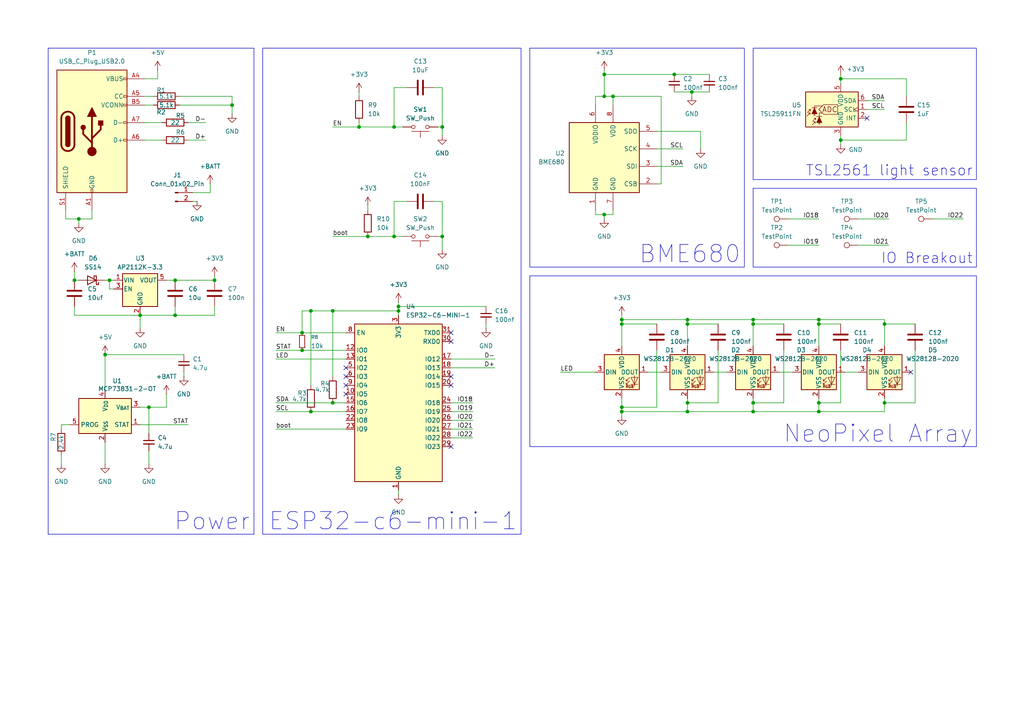
<source format=kicad_sch>
(kicad_sch (version 20250114) (generator "eeschema") (generator_version "9.0")
  (paper "A4")
  (lib_symbols
    (symbol "Battery_Management:MCP73831-2-OT"
      (property "Reference" "U" (at -7.62 6.35 0))
      (property "Value" "MCP73831-2-OT" (at 1.27 6.35 0))
      (symbol "MCP73831-2-OT_1_1"
        (pin input line (at -10.16 -2.54 0) (length 2.54) (name "PROG") (number "5"))
        (pin power_in line (at 0 7.62 270) (length 2.54) (name "V_{DD}") (number "4"))
        (pin power_in line (at 0 -7.62 90) (length 2.54) (name "V_{SS}") (number "2"))
        (pin power_out line (at 10.16 2.54 180) (length 2.54) (name "V_{BAT}") (number "3"))
        (pin tri_state line (at 10.16 -2.54 180) (length 2.54) (name "STAT") (number "1"))
      )
    )
    (symbol "Connector:Conn_01x02_Pin" (pin_names (offset 1.016) (hide yes))
      (property "Reference" "J" (at 0 2.54 0))
      (property "Value" "Conn_01x02_Pin" (at 0 -5.08 0))
      (symbol "Conn_01x02_Pin_1_1"
        (pin passive line (at 5.08 0 180) (length 3.81) (name "Pin_1") (number "1"))
        (pin passive line (at 5.08 -2.54 180) (length 3.81) (name "Pin_2") (number "2"))
      )
    )
    (symbol "Connector:TestPoint" (pin_numbers (hide yes)) (pin_names (offset 0.762) (hide yes))
      (property "Reference" "TP" (at 0 6.858 0))
      (property "Value" "TestPoint" (at 0 5.08 0))
      (symbol "TestPoint_1_1"
        (pin passive line (at 0 0 90) (length 2.54) (name "1") (number "1"))
      )
    )
    (symbol "Connector:USB_C_Plug_USB2.0" (pin_names (offset 1.016))
      (property "Reference" "P" (at -10.16 19.05 0))
      (property "Value" "USB_C_Plug_USB2.0" (at 12.7 19.05 0))
      (symbol "USB_C_Plug_USB2.0_1_1"
        (pin passive line (at -7.62 -22.86 90) (length 5.08) (name "SHIELD") (number "S1"))
        (pin passive line (at 0 -22.86 90) (length 5.08) (name "GND") (number "A1"))
        (pin passive line (at 0 -22.86 90) (length 5.08) (hide yes) (name "GND") (number "A12"))
        (pin passive line (at 0 -22.86 90) (length 5.08) (hide yes) (name "GND") (number "B1"))
        (pin passive line (at 0 -22.86 90) (length 5.08) (hide yes) (name "GND") (number "B12"))
        (pin passive line (at 15.24 15.24 180) (length 5.08) (name "VBUS") (number "A4"))
        (pin passive line (at 15.24 15.24 180) (length 5.08) (hide yes) (name "VBUS") (number "A9"))
        (pin passive line (at 15.24 15.24 180) (length 5.08) (hide yes) (name "VBUS") (number "B4"))
        (pin passive line (at 15.24 15.24 180) (length 5.08) (hide yes) (name "VBUS") (number "B9"))
        (pin bidirectional line (at 15.24 10.16 180) (length 5.08) (name "CC") (number "A5"))
        (pin bidirectional line (at 15.24 7.62 180) (length 5.08) (name "VCONN") (number "B5"))
        (pin bidirectional line (at 15.24 2.54 180) (length 5.08) (name "D-") (number "A7"))
        (pin bidirectional line (at 15.24 -2.54 180) (length 5.08) (name "D+") (number "A6"))
      )
    )
    (symbol "Device:C" (pin_numbers (hide yes)) (pin_names (offset 0.254))
      (property "Reference" "C" (at 0.635 2.54 0))
      (property "Value" "C" (at 0.635 -2.54 0))
      (symbol "C_1_1"
        (pin passive line (at 0 3.81 270) (length 2.794) (name "~") (number "1"))
        (pin passive line (at 0 -3.81 90) (length 2.794) (name "~") (number "2"))
      )
    )
    (symbol "Device:C_Small" (pin_numbers (hide yes)) (pin_names (offset 0.254) (hide yes))
      (property "Reference" "C" (at 0.254 1.778 0))
      (property "Value" "C_Small" (at 0.254 -2.032 0))
      (symbol "C_Small_1_1"
        (pin passive line (at 0 2.54 270) (length 2.032) (name "~") (number "1"))
        (pin passive line (at 0 -2.54 90) (length 2.032) (name "~") (number "2"))
      )
    )
    (symbol "Device:R" (pin_numbers (hide yes)) (pin_names (offset 0))
      (property "Reference" "R" (at 2.032 0 90))
      (property "Value" "R" (at 0 0 90))
      (symbol "R_1_1"
        (pin passive line (at 0 3.81 270) (length 1.27) (name "~") (number "1"))
        (pin passive line (at 0 -3.81 90) (length 1.27) (name "~") (number "2"))
      )
    )
    (symbol "Device:R_Small" (pin_numbers (hide yes)) (pin_names (offset 0.254) (hide yes))
      (property "Reference" "R" (at 0 0 90))
      (property "Value" "R_Small" (at 1.778 0 90))
      (symbol "R_Small_1_1"
        (pin passive line (at 0 2.54 270) (length 0.762) (name "~") (number "1"))
        (pin passive line (at 0 -2.54 90) (length 0.762) (name "~") (number "2"))
      )
    )
    (symbol "Diode:SS14" (pin_numbers (hide yes)) (pin_names (offset 1.016) (hide yes))
      (property "Reference" "D" (at 0 2.54 0))
      (property "Value" "SS14" (at 0 -2.54 0))
      (symbol "SS14_1_1"
        (pin passive line (at -3.81 0 0) (length 2.54) (name "K") (number "1"))
        (pin passive line (at 3.81 0 180) (length 2.54) (name "A") (number "2"))
      )
    )
    (symbol "LED:WS2812B-2020" (pin_names (offset 0.254))
      (property "Reference" "D" (at 5.08 5.715 0))
      (property "Value" "WS2812B-2020" (at 1.27 -5.715 0))
      (symbol "WS2812B-2020_0_0"
        (text "RGB" (at 2.286 -4.191 0) (effects (font (size 0.762 0.762))))
      )
      (symbol "WS2812B-2020_1_1"
        (pin input line (at -7.62 0 0) (length 2.54) (name "DIN") (number "3"))
        (pin power_in line (at 0 7.62 270) (length 2.54) (name "VDD") (number "4"))
        (pin power_in line (at 0 -7.62 90) (length 2.54) (name "VSS") (number "2"))
        (pin output line (at 7.62 0 180) (length 2.54) (name "DOUT") (number "1"))
      )
    )
    (symbol "RF_Module:ESP32-C6-MINI-1"
      (property "Reference" "U" (at -11.43 24.13 0))
      (property "Value" "ESP32-C6-MINI-1" (at 12.7 24.13 0))
      (symbol "ESP32-C6-MINI-1_1_1"
        (pin input line (at -15.24 20.32 0) (length 2.54) (name "EN") (number "8"))
        (pin bidirectional line (at -15.24 15.24 0) (length 2.54) (name "IO0") (number "12"))
        (pin bidirectional line (at -15.24 12.7 0) (length 2.54) (name "IO1") (number "13"))
        (pin bidirectional line (at -15.24 10.16 0) (length 2.54) (name "IO2") (number "5"))
        (pin bidirectional line (at -15.24 7.62 0) (length 2.54) (name "IO3") (number "6"))
        (pin bidirectional line (at -15.24 5.08 0) (length 2.54) (name "IO4") (number "9"))
        (pin bidirectional line (at -15.24 2.54 0) (length 2.54) (name "IO5") (number "10"))
        (pin bidirectional line (at -15.24 0 0) (length 2.54) (name "IO6") (number "15"))
        (pin bidirectional line (at -15.24 -2.54 0) (length 2.54) (name "IO7") (number "16"))
        (pin bidirectional line (at -15.24 -5.08 0) (length 2.54) (name "IO8") (number "22"))
        (pin bidirectional line (at -15.24 -7.62 0) (length 2.54) (name "IO9") (number "23"))
        (pin no_connect line (at -12.7 -12.7 0) (length 2.54) (hide yes) (name "NC") (number "32"))
        (pin no_connect line (at -12.7 -15.24 0) (length 2.54) (hide yes) (name "NC") (number "33"))
        (pin no_connect line (at -12.7 -17.78 0) (length 2.54) (hide yes) (name "NC") (number "34"))
        (pin no_connect line (at -12.7 -20.32 0) (length 2.54) (hide yes) (name "NC") (number "35"))
        (pin power_in line (at 0 25.4 270) (length 2.54) (name "3V3") (number "3"))
        (pin power_in line (at 0 -25.4 90) (length 2.54) (name "GND") (number "1"))
        (pin passive line (at 0 -25.4 90) (length 2.54) (hide yes) (name "GND") (number "11"))
        (pin passive line (at 0 -25.4 90) (length 2.54) (hide yes) (name "GND") (number "14"))
        (pin passive line (at 0 -25.4 90) (length 2.54) (hide yes) (name "GND") (number "2"))
        (pin passive line (at 0 -25.4 90) (length 2.54) (hide yes) (name "GND") (number "36"))
        (pin passive line (at 0 -25.4 90) (length 2.54) (hide yes) (name "GND") (number "37"))
        (pin passive line (at 0 -25.4 90) (length 2.54) (hide yes) (name "GND") (number "38"))
        (pin passive line (at 0 -25.4 90) (length 2.54) (hide yes) (name "GND") (number "39"))
        (pin passive line (at 0 -25.4 90) (length 2.54) (hide yes) (name "GND") (number "40"))
        (pin passive line (at 0 -25.4 90) (length 2.54) (hide yes) (name "GND") (number "41"))
        (pin passive line (at 0 -25.4 90) (length 2.54) (hide yes) (name "GND") (number "42"))
        (pin passive line (at 0 -25.4 90) (length 2.54) (hide yes) (name "GND") (number "43"))
        (pin passive line (at 0 -25.4 90) (length 2.54) (hide yes) (name "GND") (number "44"))
        (pin passive line (at 0 -25.4 90) (length 2.54) (hide yes) (name "GND") (number "45"))
        (pin passive line (at 0 -25.4 90) (length 2.54) (hide yes) (name "GND") (number "46"))
        (pin passive line (at 0 -25.4 90) (length 2.54) (hide yes) (name "GND") (number "47"))
        (pin passive line (at 0 -25.4 90) (length 2.54) (hide yes) (name "GND") (number "48"))
        (pin passive line (at 0 -25.4 90) (length 2.54) (hide yes) (name "GND") (number "49"))
        (pin passive line (at 0 -25.4 90) (length 2.54) (hide yes) (name "GND") (number "50"))
        (pin passive line (at 0 -25.4 90) (length 2.54) (hide yes) (name "GND") (number "51"))
        (pin passive line (at 0 -25.4 90) (length 2.54) (hide yes) (name "GND") (number "52"))
        (pin passive line (at 0 -25.4 90) (length 2.54) (hide yes) (name "GND") (number "53"))
        (pin no_connect line (at 12.7 -15.24 180) (length 2.54) (hide yes) (name "NC") (number "4"))
        (pin no_connect line (at 12.7 -17.78 180) (length 2.54) (hide yes) (name "NC") (number "7"))
        (pin no_connect line (at 12.7 -20.32 180) (length 2.54) (hide yes) (name "NC") (number "21"))
        (pin bidirectional line (at 15.24 20.32 180) (length 2.54) (name "TXD0") (number "31"))
        (pin bidirectional line (at 15.24 17.78 180) (length 2.54) (name "RXD0") (number "30"))
        (pin bidirectional line (at 15.24 12.7 180) (length 2.54) (name "IO12") (number "17"))
        (pin bidirectional line (at 15.24 10.16 180) (length 2.54) (name "IO13") (number "18"))
        (pin bidirectional line (at 15.24 7.62 180) (length 2.54) (name "IO14") (number "19"))
        (pin bidirectional line (at 15.24 5.08 180) (length 2.54) (name "IO15") (number "20"))
        (pin bidirectional line (at 15.24 0 180) (length 2.54) (name "IO18") (number "24"))
        (pin bidirectional line (at 15.24 -2.54 180) (length 2.54) (name "IO19") (number "25"))
        (pin bidirectional line (at 15.24 -5.08 180) (length 2.54) (name "IO20") (number "26"))
        (pin bidirectional line (at 15.24 -7.62 180) (length 2.54) (name "IO21") (number "27"))
        (pin bidirectional line (at 15.24 -10.16 180) (length 2.54) (name "IO22") (number "28"))
        (pin bidirectional line (at 15.24 -12.7 180) (length 2.54) (name "IO23") (number "29"))
      )
    )
    (symbol "Regulator_Linear:AP2112K-3.3" (pin_names (offset 0.254))
      (property "Reference" "U" (at -5.08 5.715 0))
      (property "Value" "AP2112K-3.3" (at 0 5.715 0))
      (symbol "AP2112K-3.3_1_1"
        (pin power_in line (at -7.62 2.54 0) (length 2.54) (name "VIN") (number "1"))
        (pin input line (at -7.62 0 0) (length 2.54) (name "EN") (number "3"))
        (pin power_in line (at 0 -7.62 90) (length 2.54) (name "GND") (number "2"))
        (pin no_connect line (at 5.08 0 180) (length 2.54) (hide yes) (name "NC") (number "4"))
        (pin power_out line (at 7.62 2.54 180) (length 2.54) (name "VOUT") (number "5"))
      )
    )
    (symbol "Sensor:BME680"
      (property "Reference" "U" (at -8.89 11.43 0))
      (property "Value" "BME680" (at 7.62 11.43 0))
      (symbol "BME680_1_1"
        (pin power_in line (at -2.54 15.24 270) (length 5.08) (name "VDDIO") (number "6"))
        (pin power_in line (at -2.54 -15.24 90) (length 5.08) (name "GND") (number "1"))
        (pin power_in line (at 2.54 15.24 270) (length 5.08) (name "VDD") (number "8"))
        (pin power_in line (at 2.54 -15.24 90) (length 5.08) (name "GND") (number "7"))
        (pin bidirectional line (at 15.24 7.62 180) (length 5.08) (name "SDO") (number "5"))
        (pin input line (at 15.24 2.54 180) (length 5.08) (name "SCK") (number "4"))
        (pin bidirectional line (at 15.24 -2.54 180) (length 5.08) (name "SDI") (number "3"))
        (pin input line (at 15.24 -7.62 180) (length 5.08) (name "CSB") (number "2"))
      )
    )
    (symbol "Sensor_Optical:TSL25911FN"
      (property "Reference" "U" (at -7.62 6.35 0))
      (property "Value" "TSL25911FN" (at 0 -6.35 0))
      (symbol "TSL25911FN_0_0"
        (text "ADC" (at -0.635 0 0) (effects (font (size 1.524 1.524))))
      )
      (symbol "TSL25911FN_1_1"
        (pin no_connect line (at -7.62 2.54 0) (length 2.54) (hide yes) (name "NC") (number "4"))
        (pin power_in line (at 2.54 7.62 270) (length 2.54) (name "VDD") (number "5"))
        (pin power_in line (at 2.54 -7.62 90) (length 2.54) (name "GND") (number "3"))
        (pin bidirectional line (at 10.16 2.54 180) (length 2.54) (name "SDA") (number "6"))
        (pin input clock (at 10.16 0 180) (length 2.54) (name "SCL") (number "1"))
        (pin open_collector line (at 10.16 -2.54 180) (length 2.54) (name "INT") (number "2"))
      )
    )
    (symbol "Switch:SW_Push" (pin_numbers (hide yes)) (pin_names (offset 1.016) (hide yes))
      (property "Reference" "SW" (at 1.27 2.54 0))
      (property "Value" "SW_Push" (at 0 -1.524 0))
      (symbol "SW_Push_0_1"
        (pin passive line (at -5.08 0 0) (length 2.54) (name "1") (number "1"))
        (pin passive line (at 5.08 0 180) (length 2.54) (name "2") (number "2"))
      )
    )
    (symbol "power:+3V3" (power) (pin_numbers (hide yes)) (pin_names (offset 0) (hide yes))
      (property "Value" "+3V3" (at 0 3.556 0))
      (symbol "+3V3_1_1"
        (pin power_in line (at 0 0 90) (length 0) (name "~") (number "1"))
      )
    )
    (symbol "power:+5V" (power) (pin_numbers (hide yes)) (pin_names (offset 0) (hide yes))
      (property "Value" "+5V" (at 0 3.556 0))
      (symbol "+5V_1_1"
        (pin power_in line (at 0 0 90) (length 0) (name "~") (number "1"))
      )
    )
    (symbol "power:+BATT" (power) (pin_numbers (hide yes)) (pin_names (offset 0) (hide yes))
      (property "Value" "+BATT" (at 0 3.556 0))
      (symbol "+BATT_1_1"
        (pin power_in line (at 0 0 90) (length 0) (name "~") (number "1"))
      )
    )
    (symbol "power:GND" (power) (pin_numbers (hide yes)) (pin_names (offset 0) (hide yes))
      (property "Value" "GND" (at 0 -3.81 0))
      (symbol "GND_1_1"
        (pin power_in line (at 0 0 270) (length 0) (name "~") (number "1"))
      )
    )
  )
  (text_box "TSL2561 light sensor" (at 218.44 13.97 0) (size 64.77 38.1) (margins 0.9525 0.9525 0.9525 0.9525) (effects (font (size 3 3)) (justify right bottom)))
  (text_box "ESP32-c6-mini-1" (at 76.2 13.97 0) (size 74.93 140.97) (margins 0.9525 0.9525 0.9525 0.9525) (effects (font (size 5 5)) (justify right bottom)))
  (text_box "NeoPixel Array" (at 153.67 80.01 0) (size 129.54 49.53) (margins 0.9525 0.9525 0.9525 0.9525) (effects (font (size 5 5)) (justify right bottom)))
  (text_box "IO Breakout" (at 218.44 54.61 0) (size 64.77 22.86) (margins 0.9525 0.9525 0.9525 0.9525) (effects (font (size 3 3)) (justify right bottom)))
  (text_box "Power" (at 13.97 13.97 0) (size 59.69 140.97) (margins 0.9525 0.9525 0.9525 0.9525) (effects (font (size 5 5)) (justify right bottom)))
  (text_box "BME680" (at 153.67 13.97 0) (size 62.23 63.5) (margins 0.9525 0.9525 0.9525 0.9525) (effects (font (size 5 5)) (justify right bottom)))
  (junction (at 128.27 36.83))
  (junction (at 199.39 93.98))
  (junction (at 87.63 96.52))
  (junction (at 21.59 81.28))
  (junction (at 22.86 63.5))
  (junction (at 114.3 68.58))
  (junction (at 237.49 119.38))
  (junction (at 237.49 116.84))
  (junction (at 31.75 81.28))
  (junction (at 218.44 116.84))
  (junction (at 175.26 21.59))
  (junction (at 195.58 21.59))
  (junction (at 199.39 119.38))
  (junction (at 177.8 27.94))
  (junction (at 180.34 119.38))
  (junction (at 180.34 118.11))
  (junction (at 114.3 36.83))
  (junction (at 256.54 93.98))
  (junction (at 90.17 119.38))
  (junction (at 96.52 116.84))
  (junction (at 87.63 101.6))
  (junction (at 67.31 30.48))
  (junction (at 243.84 22.86))
  (junction (at 90.17 90.17))
  (junction (at 50.8 81.28))
  (junction (at 50.8 91.44))
  (junction (at 115.57 90.17))
  (junction (at 104.14 36.83))
  (junction (at 199.39 92.71))
  (junction (at 218.44 92.71))
  (junction (at 62.23 81.28))
  (junction (at 218.44 93.98))
  (junction (at 199.39 116.84))
  (junction (at 256.54 116.84))
  (junction (at 180.34 93.98))
  (junction (at 200.66 26.67))
  (junction (at 106.68 68.58))
  (junction (at 128.27 68.58))
  (junction (at 40.64 91.44))
  (junction (at 115.57 88.9))
  (junction (at 30.48 102.87))
  (junction (at 175.26 27.94))
  (junction (at 180.34 92.71))
  (junction (at 237.49 93.98))
  (junction (at 218.44 119.38))
  (junction (at 96.52 90.17))
  (junction (at 243.84 40.64))
  (junction (at 237.49 92.71))
  (junction (at 43.18 118.11))
  (junction (at 175.26 62.23))
  (no_connect (at 100.33 109.22))
  (no_connect (at 130.81 99.06))
  (no_connect (at 130.81 109.22))
  (no_connect (at 130.81 129.54))
  (no_connect (at 100.33 114.3))
  (no_connect (at 100.33 106.68))
  (no_connect (at 264.16 107.95))
  (no_connect (at 100.33 111.76))
  (no_connect (at 130.81 111.76))
  (no_connect (at 130.81 96.52))
  (no_connect (at 251.46 34.29))
  (wire (pts (xy 96.52 116.84) (xy 100.33 116.84)))
  (wire (pts (xy 180.34 118.11) (xy 180.34 119.38)))
  (wire (pts (xy 243.84 116.84) (xy 237.49 116.84)))
  (wire (pts (xy 40.64 91.44) (xy 50.8 91.44)))
  (wire (pts (xy 191.77 27.94) (xy 177.8 27.94)))
  (wire (pts (xy 48.26 114.3) (xy 48.26 118.11)))
  (wire (pts (xy 203.2 38.1) (xy 203.2 43.18)))
  (wire (pts (xy 137.16 124.46) (xy 130.81 124.46)))
  (wire (pts (xy 199.39 92.71) (xy 218.44 92.71)))
  (wire (pts (xy 87.63 101.6) (xy 100.33 101.6)))
  (wire (pts (xy 227.33 101.6) (xy 227.33 116.84)))
  (wire (pts (xy 21.59 91.44) (xy 40.64 91.44)))
  (wire (pts (xy 128.27 58.42) (xy 128.27 68.58)))
  (wire (pts (xy 237.49 119.38) (xy 218.44 119.38)))
  (wire (pts (xy 190.5 38.1) (xy 203.2 38.1)))
  (wire (pts (xy 17.78 123.19) (xy 17.78 124.46)))
  (wire (pts (xy 243.84 40.64) (xy 243.84 39.37)))
  (wire (pts (xy 104.14 35.56) (xy 104.14 36.83)))
  (wire (pts (xy 143.51 106.68) (xy 130.81 106.68)))
  (wire (pts (xy 190.5 53.34) (xy 191.77 53.34)))
  (wire (pts (xy 22.86 81.28) (xy 21.59 81.28)))
  (wire (pts (xy 243.84 22.86) (xy 262.89 22.86)))
  (wire (pts (xy 41.91 30.48) (xy 44.45 30.48)))
  (wire (pts (xy 199.39 100.33) (xy 199.39 93.98)))
  (wire (pts (xy 279.4 63.5) (xy 270.51 63.5)))
  (wire (pts (xy 137.16 127) (xy 130.81 127)))
  (wire (pts (xy 96.52 90.17) (xy 115.57 90.17)))
  (wire (pts (xy 21.59 78.74) (xy 21.59 81.28)))
  (wire (pts (xy 115.57 143.51) (xy 115.57 142.24)))
  (wire (pts (xy 30.48 102.87) (xy 53.34 102.87)))
  (wire (pts (xy 265.43 101.6) (xy 265.43 116.84)))
  (wire (pts (xy 41.91 40.64) (xy 46.99 40.64)))
  (wire (pts (xy 237.49 93.98) (xy 243.84 93.98)))
  (wire (pts (xy 87.63 96.52) (xy 100.33 96.52)))
  (wire (pts (xy 62.23 80.01) (xy 62.23 81.28)))
  (wire (pts (xy 175.26 62.23) (xy 177.8 62.23)))
  (wire (pts (xy 237.49 92.71) (xy 256.54 92.71)))
  (wire (pts (xy 175.26 21.59) (xy 195.58 21.59)))
  (wire (pts (xy 26.67 60.96) (xy 26.67 63.5)))
  (wire (pts (xy 43.18 118.11) (xy 40.64 118.11)))
  (wire (pts (xy 243.84 22.86) (xy 243.84 24.13)))
  (wire (pts (xy 106.68 59.69) (xy 106.68 60.96)))
  (wire (pts (xy 257.81 63.5) (xy 248.92 63.5)))
  (wire (pts (xy 190.5 101.6) (xy 190.5 118.11)))
  (wire (pts (xy 50.8 88.9) (xy 50.8 91.44)))
  (wire (pts (xy 118.11 25.4) (xy 114.3 25.4)))
  (wire (pts (xy 199.39 93.98) (xy 199.39 92.71)))
  (wire (pts (xy 104.14 26.67) (xy 104.14 27.94)))
  (wire (pts (xy 127 68.58) (xy 128.27 68.58)))
  (wire (pts (xy 118.11 58.42) (xy 114.3 58.42)))
  (wire (pts (xy 17.78 134.62) (xy 17.78 132.08)))
  (wire (pts (xy 20.32 123.19) (xy 17.78 123.19)))
  (wire (pts (xy 33.02 83.82) (xy 31.75 83.82)))
  (wire (pts (xy 237.49 116.84) (xy 237.49 119.38)))
  (wire (pts (xy 19.05 60.96) (xy 19.05 63.5)))
  (wire (pts (xy 199.39 93.98) (xy 208.28 93.98)))
  (wire (pts (xy 175.26 27.94) (xy 177.8 27.94)))
  (wire (pts (xy 53.34 109.22) (xy 53.34 107.95)))
  (wire (pts (xy 114.3 68.58) (xy 116.84 68.58)))
  (wire (pts (xy 190.5 118.11) (xy 180.34 118.11)))
  (wire (pts (xy 180.34 93.98) (xy 190.5 93.98)))
  (wire (pts (xy 200.66 27.94) (xy 200.66 26.67)))
  (wire (pts (xy 172.72 60.96) (xy 172.72 62.23)))
  (wire (pts (xy 128.27 25.4) (xy 128.27 36.83)))
  (wire (pts (xy 41.91 27.94) (xy 44.45 27.94)))
  (wire (pts (xy 175.26 20.32) (xy 175.26 21.59)))
  (wire (pts (xy 55.88 55.88) (xy 60.96 55.88)))
  (wire (pts (xy 243.84 41.91) (xy 243.84 40.64)))
  (wire (pts (xy 80.01 116.84) (xy 96.52 116.84)))
  (wire (pts (xy 140.97 95.25) (xy 140.97 93.98)))
  (wire (pts (xy 114.3 36.83) (xy 116.84 36.83)))
  (wire (pts (xy 40.64 91.44) (xy 40.64 95.25)))
  (wire (pts (xy 199.39 119.38) (xy 218.44 119.38)))
  (wire (pts (xy 80.01 119.38) (xy 90.17 119.38)))
  (wire (pts (xy 180.34 115.57) (xy 180.34 118.11)))
  (wire (pts (xy 104.14 36.83) (xy 114.3 36.83)))
  (wire (pts (xy 190.5 43.18) (xy 198.12 43.18)))
  (wire (pts (xy 251.46 31.75) (xy 256.54 31.75)))
  (wire (pts (xy 237.49 71.12) (xy 228.6 71.12)))
  (wire (pts (xy 87.63 90.17) (xy 90.17 90.17)))
  (wire (pts (xy 172.72 30.48) (xy 172.72 27.94)))
  (wire (pts (xy 172.72 27.94) (xy 175.26 27.94)))
  (wire (pts (xy 180.34 119.38) (xy 180.34 120.65)))
  (wire (pts (xy 52.07 30.48) (xy 67.31 30.48)))
  (wire (pts (xy 115.57 87.63) (xy 115.57 88.9)))
  (wire (pts (xy 96.52 36.83) (xy 104.14 36.83)))
  (wire (pts (xy 227.33 116.84) (xy 218.44 116.84)))
  (wire (pts (xy 199.39 119.38) (xy 199.39 116.84)))
  (wire (pts (xy 256.54 93.98) (xy 256.54 100.33)))
  (wire (pts (xy 60.96 55.88) (xy 60.96 53.34)))
  (wire (pts (xy 128.27 36.83) (xy 128.27 39.37)))
  (wire (pts (xy 262.89 27.94) (xy 262.89 22.86)))
  (wire (pts (xy 187.96 107.95) (xy 191.77 107.95)))
  (wire (pts (xy 30.48 102.87) (xy 30.48 113.03)))
  (wire (pts (xy 218.44 119.38) (xy 218.44 116.84)))
  (wire (pts (xy 45.72 22.86) (xy 45.72 20.32)))
  (wire (pts (xy 115.57 88.9) (xy 140.97 88.9)))
  (wire (pts (xy 256.54 92.71) (xy 256.54 93.98)))
  (wire (pts (xy 90.17 90.17) (xy 96.52 90.17)))
  (wire (pts (xy 256.54 116.84) (xy 256.54 119.38)))
  (wire (pts (xy 40.64 123.19) (xy 54.61 123.19)))
  (wire (pts (xy 199.39 92.71) (xy 180.34 92.71)))
  (wire (pts (xy 115.57 90.17) (xy 115.57 91.44)))
  (wire (pts (xy 52.07 27.94) (xy 67.31 27.94)))
  (wire (pts (xy 127 36.83) (xy 128.27 36.83)))
  (wire (pts (xy 191.77 53.34) (xy 191.77 27.94)))
  (wire (pts (xy 48.26 81.28) (xy 50.8 81.28)))
  (wire (pts (xy 218.44 116.84) (xy 218.44 115.57)))
  (wire (pts (xy 177.8 60.96) (xy 177.8 62.23)))
  (wire (pts (xy 55.88 58.42) (xy 57.15 58.42)))
  (wire (pts (xy 243.84 21.59) (xy 243.84 22.86)))
  (wire (pts (xy 31.75 81.28) (xy 30.48 81.28)))
  (wire (pts (xy 180.34 119.38) (xy 199.39 119.38)))
  (wire (pts (xy 137.16 116.84) (xy 130.81 116.84)))
  (wire (pts (xy 43.18 134.62) (xy 43.18 130.81)))
  (wire (pts (xy 33.02 81.28) (xy 31.75 81.28)))
  (wire (pts (xy 180.34 92.71) (xy 180.34 93.98)))
  (wire (pts (xy 262.89 35.56) (xy 262.89 40.64)))
  (wire (pts (xy 137.16 119.38) (xy 130.81 119.38)))
  (wire (pts (xy 54.61 40.64) (xy 59.69 40.64)))
  (wire (pts (xy 177.8 27.94) (xy 177.8 30.48)))
  (wire (pts (xy 114.3 58.42) (xy 114.3 68.58)))
  (wire (pts (xy 237.49 63.5) (xy 228.6 63.5)))
  (wire (pts (xy 256.54 93.98) (xy 265.43 93.98)))
  (wire (pts (xy 26.67 63.5) (xy 22.86 63.5)))
  (wire (pts (xy 172.72 62.23) (xy 175.26 62.23)))
  (wire (pts (xy 256.54 119.38) (xy 237.49 119.38)))
  (wire (pts (xy 80.01 124.46) (xy 100.33 124.46)))
  (wire (pts (xy 256.54 115.57) (xy 256.54 116.84)))
  (wire (pts (xy 208.28 116.84) (xy 199.39 116.84)))
  (wire (pts (xy 251.46 29.21) (xy 256.54 29.21)))
  (wire (pts (xy 262.89 40.64) (xy 243.84 40.64)))
  (wire (pts (xy 30.48 134.62) (xy 30.48 128.27)))
  (wire (pts (xy 175.26 63.5) (xy 175.26 62.23)))
  (wire (pts (xy 200.66 26.67) (xy 205.74 26.67)))
  (wire (pts (xy 80.01 101.6) (xy 87.63 101.6)))
  (wire (pts (xy 48.26 118.11) (xy 43.18 118.11)))
  (wire (pts (xy 162.56 107.95) (xy 172.72 107.95)))
  (wire (pts (xy 137.16 121.92) (xy 130.81 121.92)))
  (wire (pts (xy 80.01 96.52) (xy 87.63 96.52)))
  (wire (pts (xy 80.01 104.14) (xy 100.33 104.14)))
  (wire (pts (xy 237.49 115.57) (xy 237.49 116.84)))
  (wire (pts (xy 19.05 63.5) (xy 22.86 63.5)))
  (wire (pts (xy 190.5 48.26) (xy 198.12 48.26)))
  (wire (pts (xy 243.84 101.6) (xy 243.84 116.84)))
  (wire (pts (xy 54.61 35.56) (xy 59.69 35.56)))
  (wire (pts (xy 245.11 107.95) (xy 248.92 107.95)))
  (wire (pts (xy 67.31 27.94) (xy 67.31 30.48)))
  (wire (pts (xy 87.63 96.52) (xy 87.63 90.17)))
  (wire (pts (xy 207.01 107.95) (xy 210.82 107.95)))
  (wire (pts (xy 96.52 90.17) (xy 96.52 109.22)))
  (wire (pts (xy 265.43 116.84) (xy 256.54 116.84)))
  (wire (pts (xy 199.39 116.84) (xy 199.39 115.57)))
  (wire (pts (xy 218.44 92.71) (xy 237.49 92.71)))
  (wire (pts (xy 208.28 101.6) (xy 208.28 116.84)))
  (wire (pts (xy 115.57 88.9) (xy 115.57 90.17)))
  (wire (pts (xy 62.23 91.44) (xy 62.23 88.9)))
  (wire (pts (xy 218.44 92.71) (xy 218.44 93.98)))
  (wire (pts (xy 67.31 30.48) (xy 67.31 33.02)))
  (wire (pts (xy 125.73 58.42) (xy 128.27 58.42)))
  (wire (pts (xy 125.73 25.4) (xy 128.27 25.4)))
  (wire (pts (xy 90.17 119.38) (xy 100.33 119.38)))
  (wire (pts (xy 41.91 22.86) (xy 45.72 22.86)))
  (wire (pts (xy 21.59 88.9) (xy 21.59 91.44)))
  (wire (pts (xy 143.51 104.14) (xy 130.81 104.14)))
  (wire (pts (xy 90.17 90.17) (xy 90.17 111.76)))
  (wire (pts (xy 218.44 93.98) (xy 218.44 100.33)))
  (wire (pts (xy 257.81 71.12) (xy 248.92 71.12)))
  (wire (pts (xy 180.34 93.98) (xy 180.34 100.33)))
  (wire (pts (xy 31.75 83.82) (xy 31.75 81.28)))
  (wire (pts (xy 41.91 35.56) (xy 46.99 35.56)))
  (wire (pts (xy 114.3 25.4) (xy 114.3 36.83)))
  (wire (pts (xy 50.8 91.44) (xy 62.23 91.44)))
  (wire (pts (xy 226.06 107.95) (xy 229.87 107.95)))
  (wire (pts (xy 195.58 21.59) (xy 205.74 21.59)))
  (wire (pts (xy 180.34 91.44) (xy 180.34 92.71)))
  (wire (pts (xy 195.58 26.67) (xy 200.66 26.67)))
  (wire (pts (xy 50.8 81.28) (xy 62.23 81.28)))
  (wire (pts (xy 22.86 64.77) (xy 22.86 63.5)))
  (wire (pts (xy 96.52 68.58) (xy 106.68 68.58)))
  (wire (pts (xy 237.49 93.98) (xy 237.49 100.33)))
  (wire (pts (xy 106.68 68.58) (xy 114.3 68.58)))
  (wire (pts (xy 237.49 92.71) (xy 237.49 93.98)))
  (wire (pts (xy 43.18 125.73) (xy 43.18 118.11)))
  (wire (pts (xy 128.27 68.58) (xy 128.27 72.39)))
  (wire (pts (xy 175.26 21.59) (xy 175.26 27.94)))
  (wire (pts (xy 218.44 93.98) (xy 227.33 93.98)))
  (label "SDA" (at 80.01 116.84 0))
  (label "SDA" (at 256.54 29.21 180))
  (label "IO19" (at 237.49 71.12 180))
  (label "STAT" (at 54.61 123.19 180))
  (label "boot" (at 80.01 124.46 0))
  (label "LED" (at 80.01 104.14 0))
  (label "IO18" (at 237.49 63.5 180))
  (label "D-" (at 59.69 35.56 180))
  (label "IO21" (at 257.81 71.12 180))
  (label "IO20" (at 257.81 63.5 180))
  (label "IO18" (at 137.16 116.84 180))
  (label "SCL" (at 80.01 119.38 0))
  (label "SCL" (at 256.54 31.75 180))
  (label "D+" (at 143.51 106.68 180))
  (label "EN" (at 80.01 96.52 0))
  (label "D-" (at 143.51 104.14 180))
  (label "boot" (at 96.52 68.58 0))
  (label "SDA" (at 198.12 48.26 180))
  (label "IO22" (at 279.4 63.5 180))
  (label "IO19" (at 137.16 119.38 180))
  (label "LED" (at 162.56 107.95 0))
  (label "SCL" (at 198.12 43.18 180))
  (label "EN" (at 96.52 36.83 0))
  (label "IO20" (at 137.16 121.92 180))
  (label "IO22" (at 137.16 127 180))
  (label "STAT" (at 80.01 101.6 0))
  (label "IO21" (at 137.16 124.46 180))
  (label "D+" (at 59.69 40.64 180))
  (symbol (lib_id "power:+3V3") (at 115.57 87.63 0) (unit 1)
    (property "Reference" "#PWR013" (effects (hide yes)))
    (property "Value" "+3V3" (at 115.57 82.55 0))
    (property "Description" "Power symbol creates a global label with name \"+3V3\"" (effects (hide yes)))
  )
  (symbol (lib_id "Device:C") (at 62.23 85.09 0) (unit 1)
    (property "Reference" "C7" (at 66.04 83.8199 0) (effects (justify left)))
    (property "Value" "100n" (at 66.04 86.3599 0) (effects (justify left)))
    (property "Footprint" "Capacitor_SMD:C_0402_1005Metric" (effects (hide yes)))
    (property "Description" "Unpolarized capacitor" (effects (hide yes)))
  )
  (symbol (lib_id "power:GND") (at 53.34 109.22 0) (unit 1)
    (property "Reference" "#PWR04" (effects (hide yes)))
    (property "Value" "GND" (at 53.34 114.3 0))
    (property "Description" "Power symbol creates a global label with name \"GND\" , ground" (effects (hide yes)))
  )
  (symbol (lib_id "power:GND") (at 115.57 143.51 0) (unit 1)
    (property "Reference" "#PWR016" (effects (hide yes)))
    (property "Value" "GND" (at 115.57 148.59 0))
    (property "Description" "Power symbol creates a global label with name \"GND\" , ground" (effects (hide yes)))
  )
  (symbol (lib_id "Connector:TestPoint") (at 248.92 63.5 90) (unit 1)
    (property "Reference" "TP3" (at 245.618 58.42 90))
    (property "Value" "TestPoint" (at 245.618 60.96 90))
    (property "Description" "test point" (effects (hide yes)))
  )
  (symbol (lib_id "Device:C") (at 262.89 31.75 0) (unit 1)
    (property "Reference" "C15" (at 265.938 30.48 0) (effects (justify left)))
    (property "Value" "1uF" (at 265.938 33.02 0) (effects (justify left)))
    (property "Footprint" "Capacitor_SMD:C_0402_1005Metric" (effects (hide yes)))
    (property "Description" "Unpolarized capacitor" (effects (hide yes)))
  )
  (symbol (lib_id "Sensor_Optical:TSL25911FN") (at 241.3 31.75 0) (unit 1)
    (property "Reference" "U5" (at 232.41 30.4799 0) (effects (justify right)))
    (property "Value" "TSL25911FN" (at 232.41 33.0199 0) (effects (justify right)))
    (property "Footprint" "OptoDevice:AMS_TSL25911FN" (effects (hide yes)))
    (property "Datasheet" "https://ams.com/documents/20143/9331680/TSL2591_DS000338_7-00.pdf" (effects (hide yes)))
    (property "Description" "Light to digital converter, 2.7 to 3.6V Vdd, DFN-6" (effects (hide yes)))
  )
  (symbol (lib_id "LED:WS2812B-2020") (at 218.44 107.95 0) (unit 1)
    (property "Reference" "D3" (at 232.41 101.5298 0))
    (property "Value" "WS2812B-2020" (at 232.41 104.0698 0))
    (property "Footprint" "LED_SMD:LED_WS2812B-2020_PLCC4_2.0x2.0mm" (effects (hide yes)))
    (property "Datasheet" "https://cdn-shop.adafruit.com/product-files/4684/4684_WS2812B-2020_V1.3_EN.pdf" (effects (hide yes)))
    (property "Description" "RGB LED with integrated controller, 2.0 x 2.0 mm, 12 mA" (effects (hide yes)))
  )
  (symbol (lib_id "Device:R") (at 50.8 40.64 90) (unit 1)
    (property "Reference" "R6" (at 52.324 38.354 90))
    (property "Value" "22" (at 50.8 40.64 90))
    (property "Footprint" "Resistor_SMD:R_0402_1005Metric" (effects (hide yes)))
    (property "Description" "Resistor" (effects (hide yes)))
  )
  (symbol (lib_id "power:GND") (at 128.27 72.39 0) (unit 1)
    (property "Reference" "#PWR022" (effects (hide yes)))
    (property "Value" "GND" (at 128.27 77.47 0))
    (property "Description" "Power symbol creates a global label with name \"GND\" , ground" (effects (hide yes)))
  )
  (symbol (lib_id "power:+3V3") (at 175.26 20.32 0) (unit 1)
    (property "Reference" "#PWR03" (effects (hide yes)))
    (property "Value" "+3V3" (at 175.26 15.24 0))
    (property "Description" "Power symbol creates a global label with name \"+3V3\"" (effects (hide yes)))
  )
  (symbol (lib_id "power:GND") (at 140.97 95.25 0) (unit 1)
    (property "Reference" "#PWR029" (effects (hide yes)))
    (property "Value" "GND" (at 140.97 100.33 0))
    (property "Description" "Power symbol creates a global label with name \"GND\" , ground" (effects (hide yes)))
  )
  (symbol (lib_id "Device:C") (at 121.92 58.42 90) (unit 1)
    (property "Reference" "C14" (at 121.92 50.8 90))
    (property "Value" "100nF" (at 121.92 53.34 90))
    (property "Footprint" "Capacitor_SMD:C_0402_1005Metric" (effects (hide yes)))
    (property "Description" "Unpolarized capacitor" (effects (hide yes)))
  )
  (symbol (lib_id "power:+5V") (at 45.72 20.32 0) (unit 1)
    (property "Reference" "#PWR02" (effects (hide yes)))
    (property "Value" "+5V" (at 45.72 15.24 0))
    (property "Description" "Power symbol creates a global label with name \"+5V\"" (effects (hide yes)))
  )
  (symbol (lib_id "Device:C_Small") (at 43.18 128.27 0) (unit 1)
    (property "Reference" "C4" (at 45.72 127.0062 0) (effects (justify left)))
    (property "Value" "4.7u" (at 45.72 129.5462 0) (effects (justify left)))
    (property "Footprint" "Capacitor_SMD:C_0402_1005Metric" (effects (hide yes)))
    (property "Description" "Unpolarized capacitor, small symbol" (effects (hide yes)))
  )
  (symbol (lib_id "Connector:Conn_01x02_Pin") (at 50.8 55.88 0) (unit 1)
    (property "Reference" "J1" (at 51.435 50.8 0))
    (property "Value" "Conn_01x02_Pin" (at 51.435 53.34 0))
    (property "Footprint" "Connector_PinHeader_1.00mm:PinHeader_2x01_P1.00mm_Vertical" (effects (hide yes)))
    (property "Description" "Generic connector, single row, 01x02, script generated" (effects (hide yes)))
  )
  (symbol (lib_id "LED:WS2812B-2020") (at 199.39 107.95 0) (unit 1)
    (property "Reference" "D2" (at 213.36 101.5298 0))
    (property "Value" "WS2812B-2020" (at 213.36 104.0698 0))
    (property "Footprint" "LED_SMD:LED_WS2812B-2020_PLCC4_2.0x2.0mm" (effects (hide yes)))
    (property "Datasheet" "https://cdn-shop.adafruit.com/product-files/4684/4684_WS2812B-2020_V1.3_EN.pdf" (effects (hide yes)))
    (property "Description" "RGB LED with integrated controller, 2.0 x 2.0 mm, 12 mA" (effects (hide yes)))
  )
  (symbol (lib_id "Device:C_Small") (at 195.58 24.13 0) (unit 1)
    (property "Reference" "C2" (at 198.12 22.8662 0) (effects (justify left)))
    (property "Value" "100nf" (at 198.12 25.4062 0) (effects (justify left)))
    (property "Footprint" "Capacitor_SMD:C_0402_1005Metric" (effects (hide yes)))
    (property "Description" "Unpolarized capacitor, small symbol" (effects (hide yes)))
  )
  (symbol (lib_id "power:GND") (at 17.78 134.62 0) (unit 1)
    (property "Reference" "#PWR08" (effects (hide yes)))
    (property "Value" "GND" (at 17.78 139.7 0))
    (property "Description" "Power symbol creates a global label with name \"GND\" , ground" (effects (hide yes)))
  )
  (symbol (lib_id "Connector:TestPoint") (at 270.51 63.5 90) (unit 1)
    (property "Reference" "TP5" (at 267.208 58.42 90))
    (property "Value" "TestPoint" (at 267.208 60.96 90))
    (property "Description" "test point" (effects (hide yes)))
  )
  (symbol (lib_id "power:+3V3") (at 62.23 80.01 0) (unit 1)
    (property "Reference" "#PWR014" (effects (hide yes)))
    (property "Value" "+3V3" (at 62.23 74.93 0))
    (property "Description" "Power symbol creates a global label with name \"+3V3\"" (effects (hide yes)))
  )
  (symbol (lib_id "power:GND") (at 243.84 41.91 0) (unit 1)
    (property "Reference" "#PWR028" (effects (hide yes)))
    (property "Value" "GND" (at 248.158 43.434 0))
    (property "Description" "Power symbol creates a global label with name \"GND\" , ground" (effects (hide yes)))
  )
  (symbol (lib_id "LED:WS2812B-2020") (at 237.49 107.95 0) (unit 1)
    (property "Reference" "D4" (at 251.46 101.5298 0))
    (property "Value" "WS2812B-2020" (at 251.46 104.0698 0))
    (property "Footprint" "LED_SMD:LED_WS2812B-2020_PLCC4_2.0x2.0mm" (effects (hide yes)))
    (property "Datasheet" "https://cdn-shop.adafruit.com/product-files/4684/4684_WS2812B-2020_V1.3_EN.pdf" (effects (hide yes)))
    (property "Description" "RGB LED with integrated controller, 2.0 x 2.0 mm, 12 mA" (effects (hide yes)))
  )
  (symbol (lib_id "LED:WS2812B-2020") (at 256.54 107.95 0) (unit 1)
    (property "Reference" "D5" (at 270.51 101.5298 0))
    (property "Value" "WS2812B-2020" (at 270.51 104.0698 0))
    (property "Footprint" "LED_SMD:LED_WS2812B-2020_PLCC4_2.0x2.0mm" (effects (hide yes)))
    (property "Datasheet" "https://cdn-shop.adafruit.com/product-files/4684/4684_WS2812B-2020_V1.3_EN.pdf" (effects (hide yes)))
    (property "Description" "RGB LED with integrated controller, 2.0 x 2.0 mm, 12 mA" (effects (hide yes)))
  )
  (symbol (lib_id "power:+BATT") (at 60.96 53.34 0) (unit 1)
    (property "Reference" "#PWR024" (effects (hide yes)))
    (property "Value" "+BATT" (at 60.96 48.26 0))
    (property "Description" "Power symbol creates a global label with name \"+BATT\"" (effects (hide yes)))
  )
  (symbol (lib_id "Device:C_Small") (at 140.97 91.44 0) (unit 1)
    (property "Reference" "C16" (at 143.51 90.1762 0) (effects (justify left)))
    (property "Value" "100nf" (at 143.51 92.7162 0) (effects (justify left)))
    (property "Footprint" "Capacitor_SMD:C_0402_1005Metric" (effects (hide yes)))
    (property "Description" "Unpolarized capacitor, small symbol" (effects (hide yes)))
  )
  (symbol (lib_id "Sensor:BME680") (at 175.26 45.72 0) (unit 1)
    (property "Reference" "U2" (at 163.83 44.4499 0) (effects (justify right)))
    (property "Value" "BME680" (at 163.83 46.9899 0) (effects (justify right)))
    (property "Footprint" "Package_LGA:Bosch_LGA-8_3x3mm_P0.8mm_ClockwisePinNumbering" (effects (hide yes)))
    (property "Datasheet" "https://ae-bst.resource.bosch.com/media/_tech/media/datasheets/BST-BME680-DS001.pdf" (effects (hide yes)))
    (property "Description" "4-in-1 sensor, gas, humidity, pressure, temperature, I2C and SPI interface, 1.71-3.6V, LGA-8" (effects (hide yes)))
  )
  (symbol (lib_id "power:+BATT") (at 48.26 114.3 0) (unit 1)
    (property "Reference" "#PWR026" (effects (hide yes)))
    (property "Value" "+BATT" (at 48.26 109.22 0))
    (property "Description" "Power symbol creates a global label with name \"+BATT\"" (effects (hide yes)))
  )
  (symbol (lib_id "power:GND") (at 30.48 134.62 0) (unit 1)
    (property "Reference" "#PWR09" (effects (hide yes)))
    (property "Value" "GND" (at 30.48 139.7 0))
    (property "Description" "Power symbol creates a global label with name \"GND\" , ground" (effects (hide yes)))
  )
  (symbol (lib_id "Device:R") (at 106.68 64.77 0) (unit 1)
    (property "Reference" "R10" (at 109.22 63.4999 0) (effects (justify left)))
    (property "Value" "10k" (at 109.22 66.0399 0) (effects (justify left)))
    (property "Footprint" "Resistor_SMD:R_0402_1005Metric" (effects (hide yes)))
    (property "Description" "Resistor" (effects (hide yes)))
  )
  (symbol (lib_id "power:GND") (at 57.15 58.42 0) (unit 1)
    (property "Reference" "#PWR019" (effects (hide yes)))
    (property "Value" "GND" (at 57.15 63.5 0))
    (property "Description" "Power symbol creates a global label with name \"GND\" , ground" (effects (hide yes)))
  )
  (symbol (lib_id "Device:R") (at 48.26 27.94 90) (unit 1)
    (property "Reference" "R1" (at 46.736 26.162 90))
    (property "Value" "5.1k" (at 48.26 27.94 90))
    (property "Footprint" "Resistor_SMD:R_0402_1005Metric" (effects (hide yes)))
    (property "Description" "Resistor" (effects (hide yes)))
  )
  (symbol (lib_id "Device:C") (at 243.84 97.79 0) (unit 1)
    (property "Reference" "C11" (at 247.65 96.5199 0) (effects (justify left)))
    (property "Value" "100nf" (at 247.65 99.0599 0) (effects (justify left)))
    (property "Footprint" "Capacitor_SMD:C_0402_1005Metric" (effects (hide yes)))
    (property "Description" "Unpolarized capacitor" (effects (hide yes)))
  )
  (symbol (lib_id "Device:R") (at 17.78 128.27 180) (unit 1)
    (property "Reference" "R7" (at 15.494 126.746 90))
    (property "Value" "2.4k" (at 17.78 128.27 90))
    (property "Footprint" "Resistor_SMD:R_0402_1005Metric" (effects (hide yes)))
    (property "Description" "Resistor" (effects (hide yes)))
  )
  (symbol (lib_id "power:GND") (at 180.34 120.65 0) (unit 1)
    (property "Reference" "#PWR018" (effects (hide yes)))
    (property "Value" "GND" (at 180.34 125.73 0))
    (property "Description" "Power symbol creates a global label with name \"GND\" , ground" (effects (hide yes)))
  )
  (symbol (lib_id "Switch:SW_Push") (at 121.92 36.83 180) (unit 1)
    (property "Reference" "SW1" (at 121.92 31.75 0))
    (property "Value" "SW_Push" (at 121.92 34.29 0))
    (property "Footprint" "Button_Switch_SMD:SW_Push_SPST_NO_Alps_SKRK" (effects (hide yes)))
    (property "Description" "Push button switch, generic, two pins" (effects (hide yes)))
  )
  (symbol (lib_id "power:GND") (at 67.31 33.02 0) (unit 1)
    (property "Reference" "#PWR06" (effects (hide yes)))
    (property "Value" "GND" (at 67.31 38.1 0))
    (property "Description" "Power symbol creates a global label with name \"GND\" , ground" (effects (hide yes)))
  )
  (symbol (lib_id "Connector:TestPoint") (at 228.6 63.5 90) (unit 1)
    (property "Reference" "TP1" (at 225.298 58.42 90))
    (property "Value" "TestPoint" (at 225.298 60.96 90))
    (property "Description" "test point" (effects (hide yes)))
  )
  (symbol (lib_id "Switch:SW_Push") (at 121.92 68.58 180) (unit 1)
    (property "Reference" "SW2" (at 121.92 63.5 0))
    (property "Value" "SW_Push" (at 121.92 66.04 0))
    (property "Footprint" "Button_Switch_SMD:SW_Push_SPST_NO_Alps_SKRK" (effects (hide yes)))
    (property "Description" "Push button switch, generic, two pins" (effects (hide yes)))
  )
  (symbol (lib_id "power:GND") (at 203.2 43.18 0) (unit 1)
    (property "Reference" "#PWR07" (effects (hide yes)))
    (property "Value" "GND" (at 203.2 48.26 0))
    (property "Description" "Power symbol creates a global label with name \"GND\" , ground" (effects (hide yes)))
  )
  (symbol (lib_id "power:+5V") (at 30.48 102.87 0) (unit 1)
    (property "Reference" "#PWR01" (effects (hide yes)))
    (property "Value" "+5V" (at 30.48 97.79 0))
    (property "Description" "Power symbol creates a global label with name \"+5V\"" (effects (hide yes)))
  )
  (symbol (lib_id "power:GND") (at 200.66 27.94 0) (unit 1)
    (property "Reference" "#PWR05" (effects (hide yes)))
    (property "Value" "GND" (at 200.66 33.02 0))
    (property "Description" "Power symbol creates a global label with name \"GND\" , ground" (effects (hide yes)))
  )
  (symbol (lib_id "Device:R") (at 50.8 35.56 90) (unit 1)
    (property "Reference" "R5" (at 52.324 33.528 90))
    (property "Value" "22" (at 50.8 35.56 90))
    (property "Footprint" "Resistor_SMD:R_0402_1005Metric" (effects (hide yes)))
    (property "Description" "Resistor" (effects (hide yes)))
  )
  (symbol (lib_id "Device:C_Small") (at 205.74 24.13 0) (unit 1)
    (property "Reference" "C3" (at 208.28 22.8662 0) (effects (justify left)))
    (property "Value" "100nf" (at 208.28 25.4062 0) (effects (justify left)))
    (property "Footprint" "Capacitor_SMD:C_0402_1005Metric" (effects (hide yes)))
    (property "Description" "Unpolarized capacitor, small symbol" (effects (hide yes)))
  )
  (symbol (lib_id "Device:C") (at 265.43 97.79 0) (unit 1)
    (property "Reference" "C12" (at 269.24 96.5199 0) (effects (justify left)))
    (property "Value" "100nf" (at 269.24 99.0599 0) (effects (justify left)))
    (property "Footprint" "Capacitor_SMD:C_0402_1005Metric" (effects (hide yes)))
    (property "Description" "Unpolarized capacitor" (effects (hide yes)))
  )
  (symbol (lib_id "power:+3V3") (at 104.14 26.67 0) (unit 1)
    (property "Reference" "#PWR020" (effects (hide yes)))
    (property "Value" "+3V3" (at 104.14 21.59 0))
    (property "Description" "Power symbol creates a global label with name \"+3V3\"" (effects (hide yes)))
  )
  (symbol (lib_id "power:GND") (at 128.27 39.37 0) (unit 1)
    (property "Reference" "#PWR021" (effects (hide yes)))
    (property "Value" "GND" (at 128.27 44.45 0))
    (property "Description" "Power symbol creates a global label with name \"GND\" , ground" (effects (hide yes)))
  )
  (symbol (lib_id "Device:R") (at 48.26 30.48 90) (unit 1)
    (property "Reference" "R2" (at 46.736 32.512 90))
    (property "Value" "5.1k" (at 48.26 30.48 90))
    (property "Footprint" "Resistor_SMD:R_0402_1005Metric" (effects (hide yes)))
    (property "Description" "Resistor" (effects (hide yes)))
  )
  (symbol (lib_id "power:GND") (at 43.18 134.62 0) (unit 1)
    (property "Reference" "#PWR010" (effects (hide yes)))
    (property "Value" "GND" (at 43.18 139.7 0))
    (property "Description" "Power symbol creates a global label with name \"GND\" , ground" (effects (hide yes)))
  )
  (symbol (lib_id "Device:R") (at 104.14 31.75 0) (unit 1)
    (property "Reference" "R9" (at 106.68 30.4799 0) (effects (justify left)))
    (property "Value" "10k" (at 106.68 33.0199 0) (effects (justify left)))
    (property "Footprint" "Resistor_SMD:R_0402_1005Metric" (effects (hide yes)))
    (property "Description" "Resistor" (effects (hide yes)))
  )
  (symbol (lib_id "power:GND") (at 40.64 95.25 0) (unit 1)
    (property "Reference" "#PWR015" (effects (hide yes)))
    (property "Value" "GND" (at 40.64 100.33 0))
    (property "Description" "Power symbol creates a global label with name \"GND\" , ground" (effects (hide yes)))
  )
  (symbol (lib_id "Device:R") (at 90.17 115.57 180) (unit 1)
    (property "Reference" "R3" (at 87.63 114.046 0))
    (property "Value" "4.7k" (at 86.868 115.824 0))
    (property "Footprint" "Resistor_SMD:R_0402_1005Metric" (effects (hide yes)))
    (property "Description" "Resistor" (effects (hide yes)))
  )
  (symbol (lib_id "power:GND") (at 175.26 63.5 0) (unit 1)
    (property "Reference" "#PWR011" (effects (hide yes)))
    (property "Value" "GND" (at 175.26 68.58 0))
    (property "Description" "Power symbol creates a global label with name \"GND\" , ground" (effects (hide yes)))
  )
  (symbol (lib_id "Device:C") (at 227.33 97.79 0) (unit 1)
    (property "Reference" "C10" (at 231.14 96.5199 0) (effects (justify left)))
    (property "Value" "100nf" (at 231.14 99.0599 0) (effects (justify left)))
    (property "Footprint" "Capacitor_SMD:C_0402_1005Metric" (effects (hide yes)))
    (property "Description" "Unpolarized capacitor" (effects (hide yes)))
  )
  (symbol (lib_id "Connector:TestPoint") (at 248.92 71.12 90) (unit 1)
    (property "Reference" "TP4" (at 245.618 66.04 90))
    (property "Value" "TestPoint" (at 245.618 68.58 90))
    (property "Description" "test point" (effects (hide yes)))
  )
  (symbol (lib_id "power:+BATT") (at 21.59 78.74 0) (unit 1)
    (property "Reference" "#PWR025" (effects (hide yes)))
    (property "Value" "+BATT" (at 21.59 73.66 0))
    (property "Description" "Power symbol creates a global label with name \"+BATT\"" (effects (hide yes)))
  )
  (symbol (lib_id "Device:C_Small") (at 53.34 105.41 0) (unit 1)
    (property "Reference" "C1" (at 55.88 104.1462 0) (effects (justify left)))
    (property "Value" "4.7u" (at 55.88 106.6862 0) (effects (justify left)))
    (property "Footprint" "Capacitor_SMD:C_0402_1005Metric" (effects (hide yes)))
    (property "Description" "Unpolarized capacitor, small symbol" (effects (hide yes)))
  )
  (symbol (lib_id "Device:R") (at 96.52 113.03 180) (unit 1)
    (property "Reference" "R4" (at 94.234 111.252 0))
    (property "Value" "4.7k" (at 93.472 113.03 0))
    (property "Footprint" "Resistor_SMD:R_0402_1005Metric" (effects (hide yes)))
    (property "Description" "Resistor" (effects (hide yes)))
  )
  (symbol (lib_id "Device:C") (at 208.28 97.79 0) (unit 1)
    (property "Reference" "C9" (at 212.09 96.5199 0) (effects (justify left)))
    (property "Value" "100nf" (at 212.09 99.0599 0) (effects (justify left)))
    (property "Footprint" "Capacitor_SMD:C_0402_1005Metric" (effects (hide yes)))
    (property "Description" "Unpolarized capacitor" (effects (hide yes)))
  )
  (symbol (lib_id "LED:WS2812B-2020") (at 180.34 107.95 0) (unit 1)
    (property "Reference" "D1" (at 194.31 101.5298 0))
    (property "Value" "WS2812B-2020" (at 194.31 104.0698 0))
    (property "Footprint" "LED_SMD:LED_WS2812B-2020_PLCC4_2.0x2.0mm" (effects (hide yes)))
    (property "Datasheet" "https://cdn-shop.adafruit.com/product-files/4684/4684_WS2812B-2020_V1.3_EN.pdf" (effects (hide yes)))
    (property "Description" "RGB LED with integrated controller, 2.0 x 2.0 mm, 12 mA" (effects (hide yes)))
  )
  (symbol (lib_id "Connector:USB_C_Plug_USB2.0") (at 26.67 38.1 0) (unit 1)
    (property "Reference" "P1" (at 26.67 15.24 0))
    (property "Value" "USB_C_Plug_USB2.0" (at 26.67 17.78 0))
    (property "Footprint" "Connector_USB:USB_C_Receptacle_GCT_USB4105-xx-A_16P_TopMnt_Horizontal" (effects (hide yes)))
    (property "Datasheet" "https://www.usb.org/sites/default/files/documents/usb_type-c.zip" (effects (hide yes)))
    (property "Description" "USB 2.0-only Type-C Plug connector" (effects (hide yes)))
  )
  (symbol (lib_id "power:+3V3") (at 243.84 21.59 0) (unit 1)
    (property "Reference" "#PWR027" (effects (hide yes)))
    (property "Value" "+3V3" (at 248.158 20.066 0))
    (property "Description" "Power symbol creates a global label with name \"+3V3\"" (effects (hide yes)))
  )
  (symbol (lib_id "RF_Module:ESP32-C6-MINI-1") (at 115.57 116.84 0) (unit 1)
    (property "Reference" "U4" (at 117.7133 88.9 0) (effects (justify left)))
    (property "Value" "ESP32-C6-MINI-1" (at 117.7133 91.44 0) (effects (justify left)))
    (property "Footprint" "RF_Module:ESP32-C6-MINI-1" (effects (hide yes)))
    (property "Datasheet" "https://www.espressif.com/sites/default/files/documentation/esp32-c6-mini-1_mini-1u_datasheet_en.pdf" (effects (hide yes)))
    (property "Description" "RF Module, ESP32-C6 SoC, Wi-Fi 802.11b/g/n/ax, Bluetooth, BLE, Zigbee, Thread, 32-bit, 3.3V, SMD, onboard antenna" (effects (hide yes)))
  )
  (symbol (lib_id "power:+3V3") (at 180.34 91.44 0) (unit 1)
    (property "Reference" "#PWR017" (effects (hide yes)))
    (property "Value" "+3V3" (at 180.34 86.36 0))
    (property "Description" "Power symbol creates a global label with name \"+3V3\"" (effects (hide yes)))
  )
  (symbol (lib_id "power:GND") (at 22.86 64.77 0) (unit 1)
    (property "Reference" "#PWR012" (effects (hide yes)))
    (property "Value" "GND" (at 22.86 69.85 0))
    (property "Description" "Power symbol creates a global label with name \"GND\" , ground" (effects (hide yes)))
  )
  (symbol (lib_id "Regulator_Linear:AP2112K-3.3") (at 40.64 83.82 0) (unit 1)
    (property "Reference" "U3" (at 40.64 74.93 0))
    (property "Value" "AP2112K-3.3" (at 40.64 77.47 0))
    (property "Footprint" "Package_TO_SOT_SMD:SOT-23-5" (effects (hide yes)))
    (property "Datasheet" "https://www.diodes.com/assets/Datasheets/AP2112.pdf" (effects (hide yes)))
    (property "Description" "600mA low dropout linear regulator, with enable pin, 3.8V-6V input voltage range, 3.3V fixed positive output, SOT-23-5" (effects (hide yes)))
  )
  (symbol (lib_id "Diode:SS14") (at 26.67 81.28 180) (unit 1)
    (property "Reference" "D6" (at 26.9875 74.93 0))
    (property "Value" "SS14" (at 26.9875 77.47 0))
    (property "Footprint" "Diode_SMD:D_SMA" (effects (hide yes)))
    (property "Datasheet" "https://www.vishay.com/docs/88746/ss12.pdf" (effects (hide yes)))
    (property "Description" "40V 1A Schottky Diode, SMA" (effects (hide yes)))
  )
  (symbol (lib_id "Device:C") (at 190.5 97.79 0) (unit 1)
    (property "Reference" "C8" (at 194.31 96.5199 0) (effects (justify left)))
    (property "Value" "100nf" (at 194.31 99.0599 0) (effects (justify left)))
    (property "Footprint" "Capacitor_SMD:C_0402_1005Metric" (effects (hide yes)))
    (property "Description" "Unpolarized capacitor" (effects (hide yes)))
  )
  (symbol (lib_id "power:+3V3") (at 106.68 59.69 0) (unit 1)
    (property "Reference" "#PWR023" (effects (hide yes)))
    (property "Value" "+3V3" (at 106.68 54.61 0))
    (property "Description" "Power symbol creates a global label with name \"+3V3\"" (effects (hide yes)))
  )
  (symbol (lib_id "Device:C") (at 21.59 85.09 0) (unit 1)
    (property "Reference" "C5" (at 25.4 83.8199 0) (effects (justify left)))
    (property "Value" "10uf" (at 25.4 86.3599 0) (effects (justify left)))
    (property "Footprint" "Capacitor_SMD:C_0402_1005Metric" (effects (hide yes)))
    (property "Description" "Unpolarized capacitor" (effects (hide yes)))
  )
  (symbol (lib_id "Battery_Management:MCP73831-2-OT") (at 30.48 120.65 0) (unit 1)
    (property "Reference" "U1" (at 32.6233 110.49 0) (effects (justify left)))
    (property "Value" "MCP73831-2-OT" (at 28.448 112.776 0) (effects (justify left)))
    (property "Footprint" "Package_TO_SOT_SMD:SOT-23-5" (effects (hide yes)))
    (property "Datasheet" "http://ww1.microchip.com/downloads/en/DeviceDoc/20001984g.pdf" (effects (hide yes)))
    (property "Description" "Single cell, Li-Ion/Li-Po charge management controller, 4.20V, Tri-State Status Output, in SOT23-5 package" (effects (hide yes)))
  )
  (symbol (lib_id "Device:C") (at 50.8 85.09 0) (unit 1)
    (property "Reference" "C6" (at 54.61 83.8199 0) (effects (justify left)))
    (property "Value" "10u" (at 54.61 86.3599 0) (effects (justify left)))
    (property "Footprint" "Capacitor_SMD:C_0402_1005Metric" (effects (hide yes)))
    (property "Description" "Unpolarized capacitor" (effects (hide yes)))
  )
  (symbol (lib_id "Connector:TestPoint") (at 228.6 71.12 90) (unit 1)
    (property "Reference" "TP2" (at 225.298 66.04 90))
    (property "Value" "TestPoint" (at 225.298 68.58 90))
    (property "Description" "test point" (effects (hide yes)))
  )
  (symbol (lib_id "Device:R_Small") (at 87.63 99.06 0) (unit 1)
    (property "Reference" "R8" (at 90.17 97.7899 0) (effects (font (size 1.016 1.016)) (justify left)))
    (property "Value" "10k" (at 90.17 100.3299 0) (effects (justify left)))
    (property "Footprint" "Resistor_SMD:R_0402_1005Metric" (effects (hide yes)))
    (property "Description" "Resistor, small symbol" (effects (hide yes)))
  )
  (symbol (lib_id "Device:C") (at 121.92 25.4 90) (unit 1)
    (property "Reference" "C13" (at 121.92 17.78 90))
    (property "Value" "10uF" (at 121.92 20.32 90))
    (property "Footprint" "Capacitor_SMD:C_0402_1005Metric" (effects (hide yes)))
    (property "Description" "Unpolarized capacitor" (effects (hide yes)))
  )
)
</source>
